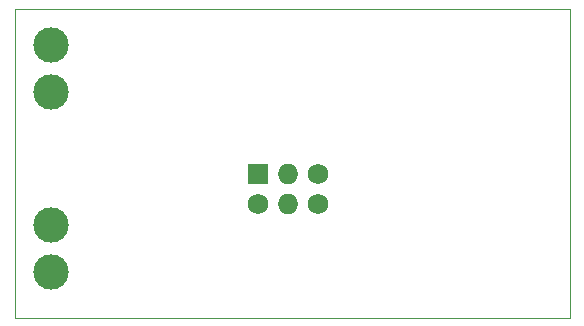
<source format=gbr>
%TF.GenerationSoftware,KiCad,Pcbnew,(6.0.4)*%
%TF.CreationDate,2022-07-05T22:15:58-06:00*%
%TF.ProjectId,fourPostScematic,666f7572-506f-4737-9453-63656d617469,rev?*%
%TF.SameCoordinates,Original*%
%TF.FileFunction,Copper,L2,Bot*%
%TF.FilePolarity,Positive*%
%FSLAX46Y46*%
G04 Gerber Fmt 4.6, Leading zero omitted, Abs format (unit mm)*
G04 Created by KiCad (PCBNEW (6.0.4)) date 2022-07-05 22:15:58*
%MOMM*%
%LPD*%
G01*
G04 APERTURE LIST*
%TA.AperFunction,Profile*%
%ADD10C,0.100000*%
%TD*%
%TA.AperFunction,ComponentPad*%
%ADD11R,1.727200X1.727200*%
%TD*%
%TA.AperFunction,ComponentPad*%
%ADD12C,1.727200*%
%TD*%
%TA.AperFunction,ComponentPad*%
%ADD13O,1.727200X1.727200*%
%TD*%
%TA.AperFunction,ComponentPad*%
%ADD14C,3.000000*%
%TD*%
G04 APERTURE END LIST*
D10*
X68072000Y-55372000D02*
X115062000Y-55372000D01*
X115062000Y-55372000D02*
X115062000Y-81534000D01*
X115062000Y-81534000D02*
X68072000Y-81534000D01*
X68072000Y-81534000D02*
X68072000Y-55372000D01*
D11*
%TO.P,X1,1,VCC*%
%TO.N,+3V3*%
X88706000Y-69362000D03*
D12*
%TO.P,X1,2,GND*%
%TO.N,GND*%
X88706000Y-71902000D03*
D13*
%TO.P,X1,3,SDA*%
%TO.N,unconnected-(X1-Pad3)*%
X91246000Y-69362000D03*
%TO.P,X1,4,SCL*%
%TO.N,unconnected-(X1-Pad4)*%
X91246000Y-71902000D03*
D12*
%TO.P,X1,5,GPIO1*%
%TO.N,unconnected-(X1-Pad5)*%
X93786000Y-69362000D03*
%TO.P,X1,6,GPIO2*%
%TO.N,unconnected-(X1-Pad6)*%
X93786000Y-71902000D03*
%TD*%
D14*
%TO.P,J3,1,Pin_1*%
%TO.N,Net-(R4-Pad1)*%
X71120000Y-77660000D03*
%TO.P,J3,2,Pin_1*%
%TO.N,Net-(R2-Pad1)*%
X71120000Y-73660000D03*
%TD*%
%TO.P,J2,1,Pin_1*%
%TO.N,Net-(R1-Pad1)*%
X71120000Y-58420000D03*
%TO.P,J2,2,Pin_1*%
%TO.N,Net-(R2-Pad1)*%
X71120000Y-62420000D03*
%TD*%
M02*

</source>
